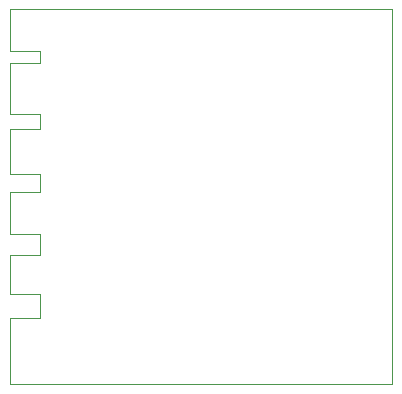
<source format=gbr>
%TF.GenerationSoftware,KiCad,Pcbnew,5.1.6*%
%TF.CreationDate,2020-07-28T17:06:22+02:00*%
%TF.ProjectId,cederom-vias-test,63656465-726f-46d2-9d76-6961732d7465,rev?*%
%TF.SameCoordinates,Original*%
%TF.FileFunction,Profile,NP*%
%FSLAX46Y46*%
G04 Gerber Fmt 4.6, Leading zero omitted, Abs format (unit mm)*
G04 Created by KiCad (PCBNEW 5.1.6) date 2020-07-28 17:06:22*
%MOMM*%
%LPD*%
G01*
G04 APERTURE LIST*
%TA.AperFunction,Profile*%
%ADD10C,0.050000*%
%TD*%
G04 APERTURE END LIST*
D10*
X116840000Y-134112000D02*
X116840000Y-139700000D01*
X119380000Y-134112000D02*
X116840000Y-134112000D01*
X119380000Y-132080000D02*
X119380000Y-134112000D01*
X116840000Y-132080000D02*
X119380000Y-132080000D01*
X116840000Y-128778000D02*
X116840000Y-132080000D01*
X119380000Y-128778000D02*
X116840000Y-128778000D01*
X119380000Y-127000000D02*
X119380000Y-128778000D01*
X116840000Y-127000000D02*
X119380000Y-127000000D01*
X116840000Y-123444000D02*
X116840000Y-127000000D01*
X119380000Y-123444000D02*
X116840000Y-123444000D01*
X119380000Y-121920000D02*
X119380000Y-123444000D01*
X116840000Y-121920000D02*
X119380000Y-121920000D01*
X116840000Y-118110000D02*
X116840000Y-121920000D01*
X119380000Y-118110000D02*
X116840000Y-118110000D01*
X119380000Y-116840000D02*
X119380000Y-118110000D01*
X116840000Y-116840000D02*
X119380000Y-116840000D01*
X116840000Y-114300000D02*
X116840000Y-116840000D01*
X116840000Y-112522000D02*
X116840000Y-114300000D01*
X119380000Y-112522000D02*
X116840000Y-112522000D01*
X119380000Y-111506000D02*
X119380000Y-112522000D01*
X116840000Y-111506000D02*
X119380000Y-111506000D01*
X116840000Y-107950000D02*
X116840000Y-111506000D01*
X149225000Y-139700000D02*
X116840000Y-139700000D01*
X149225000Y-107950000D02*
X149225000Y-139700000D01*
X116840000Y-107950000D02*
X149225000Y-107950000D01*
M02*

</source>
